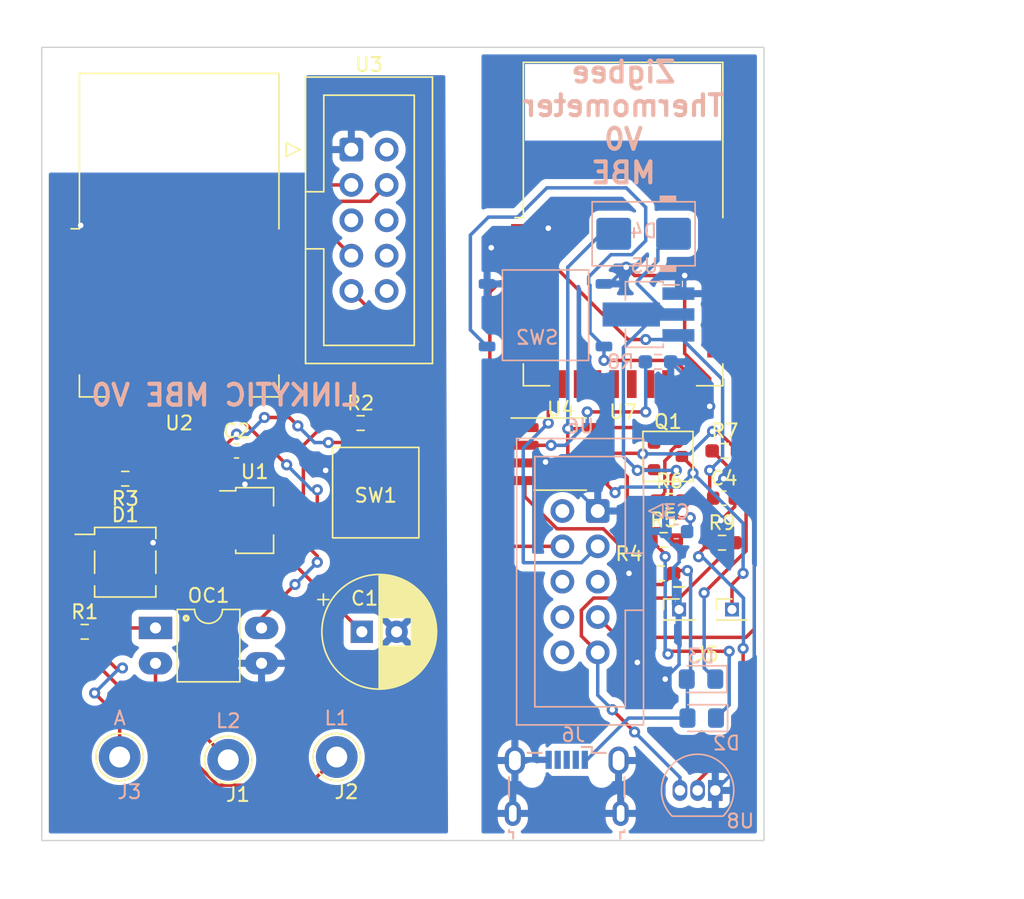
<source format=kicad_pcb>
(kicad_pcb (version 20211014) (generator pcbnew)
  (layers (0 "F.Cu" signal) (31 "B.Cu" signal) (34 "B.Paste" user) (35 "F.Paste" user) (36 "B.SilkS" user "B.Silkscreen") (37 "F.SilkS" user "F.Silkscreen") (38 "B.Mask" user) (39 "F.Mask" user) (44 "Edge.Cuts" user))
  (net 0 "")
  (net 1 "Net-(D1-Pad2)")
  (net 2 "Net-(C1-Pad1)")
  (net 3 "GND")
  (net 4 "3v3")
  (net 5 "Net-(D1-Pad1)")
  (net 23 "Net-(OC1-Pad1)")
  (net 24 "Net-(OC1-Pad4)")
  (net 25 "Net-(U2-Pad3)")
  (net 26 "Net-(U2-Pad4)")
  (net 27 "Net-(R3-Pad1)")
  (net 28 "Net-(U2-Pad24)")
  (net 29 "Net-(J1-Pad1)")
  (net 30 "GND_2")
  (net 31 "VDD2")
  (net 32 "Net-(D2-Pad1)")
  (net 33 "USB_IN")
  (net 34 "Net-(D3-Pad1)")
  (net 35 "Net-(J5-Pad1)")
  (net 39 "Net-(R5-Pad2)")
  (net 40 "Net-(R6-Pad1)")
  (net 41 "Net-(R7-Pad2)")
  (net 42 "Net-(R8-Pad2)")
  (net 43 "Net-(R9-Pad1)")
  (net 44 "Net-(U6-Pad3)")
  (net 45 "Net-(U6-Pad4)")
  (net 46 "Net-(U6-Pad7)")
  (net 65 "Net-(D4-Pad1)")
  (footprint "TestPoint:TestPoint_Loop_D2.54mm_Drill1.5mm_Beaded" (layer "F.Cu") (at 48.6 89)
    (fp_text reference "J3")
    (fp_text value "A")
  )
  (footprint "Package_SO:SOP-8_3.76x4.96mm_P1.27mm" (layer "F.Cu") (at 80.255302 67.23)
    (fp_text reference "U4")
    (fp_text value "TP4056")
  )
  (footprint "Resistor_SMD:R_0603_1608Metric_Pad0.98x0.95mm_HandSolder" (layer "F.Cu") (at 87.4875 75.8)
    (fp_text reference "R4")
    (fp_text value "100k")
  )
  (footprint "Package_TO_SOT_SMD:TO-269AA" (layer "F.Cu") (at 49 75)
    (fp_text reference "D1")
    (fp_text value "MB6S")
  )
  (footprint "Resistor_SMD:R_0603_1608Metric_Pad0.98x0.95mm_HandSolder" (layer "F.Cu") (at 87.6875 73.4)
    (fp_text reference "R5")
    (fp_text value "1k")
  )
  (footprint "Capacitor_THT_AKL:CP_Radial_D8.0mm_P2.50mm" (layer "F.Cu") (at 66 80)
    (fp_text reference "C1")
    (fp_text value "CP_Radial_D8.0mm_P2.50mm" hide)
  )
  (footprint "Package_TO_SOT_SMD_AKL:SOT-23" (layer "F.Cu") (at 88 67.4)
    (fp_text reference "Q1")
    (fp_text value "AO3407A" hide)
  )
  (footprint "Connector_PinHeader_1.27mm:PinHeader_1x01_P1.27mm_Vertical" (layer "F.Cu") (at 88.8 78.4)
    (fp_text reference "-")
    (fp_text value "BAT-")
  )
  (footprint "Resistor_SMD:R_0603_1608Metric_Pad0.98x0.95mm_HandSolder" (layer "F.Cu") (at 65.9125 65)
    (fp_text reference "R2")
    (fp_text value "10k")
  )
  (footprint "TestPoint:TestPoint_Loop_D2.54mm_Drill1.5mm_Beaded" (layer "F.Cu") (at 64.2 89)
    (fp_text reference "J2")
    (fp_text value "L1")
  )
  (footprint "Resistor_SMD:R_0603_1608Metric_Pad0.98x0.95mm_HandSolder" (layer "F.Cu") (at 91.8875 73.6)
    (fp_text reference "R9")
    (fp_text value "10k")
  )
  (footprint "Resistor_SMD:R_0603_1608Metric_Pad0.98x0.95mm_HandSolder" (layer "F.Cu") (at 88.1125 70.6)
    (fp_text reference "R6")
    (fp_text value "10k")
  )
  (footprint "Package_DIP_AKL:DIP-4_W7.62mm_LongPads" (layer "F.Cu") (at 51.175 79.725)
    (fp_text reference "OC1")
    (fp_text value "LTV-814" hide)
  )
  (footprint "Capacitor_SMD:C_0603_1608Metric" (layer "F.Cu") (at 57 67)
    (fp_text reference "C2")
    (fp_text value "4.7uF")
  )
  (footprint "Library:interrupteur" (layer "F.Cu") (at 62.8 67.75)
    (fp_text reference "SW1")
    (fp_text value "benoit")
  )
  (footprint "Resistor_SMD:R_0603_1608Metric_Pad0.98x0.95mm_HandSolder" (layer "F.Cu") (at 49 69 180)
    (fp_text reference "R3")
    (fp_text value "10k")
  )
  (footprint "TestPoint:TestPoint_Loop_D2.54mm_Drill1.5mm_Beaded" (layer "F.Cu") (at 56.4 89.2)
    (fp_text reference "J1")
    (fp_text value "L2")
  )
  (footprint "Capacitor_SMD:C_0603_1608Metric" (layer "F.Cu") (at 92.025 70.4)
    (fp_text reference "C4")
    (fp_text value "10uF")
  )
  (footprint "Package_TO_SOT_SMD:SOT-89-3_Handsoldering" (layer "F.Cu") (at 58 72)
    (fp_text reference "U1")
    (fp_text value "M5333B")
  )
  (footprint "RF_Module:E18-MS1-PCB" (layer "F.Cu") (at 84.775302 50.7)
    (fp_text reference "U7")
    (fp_text value "E18-MS1-PCB")
  )
  (footprint "Resistor_SMD:R_0603_1608Metric_Pad0.98x0.95mm_HandSolder" (layer "F.Cu") (at 46.0875 80)
    (fp_text reference "R1")
    (fp_text value "4.7k")
  )
  (footprint "Connector_IDC:IDC-Header_2x05_P2.54mm_Vertical" (layer "F.Cu") (at 65.2475 45.35)
    (fp_text reference "U3")
    (fp_text value "CC_debugger")
  )
  (footprint "Resistor_SMD:R_0603_1608Metric_Pad0.98x0.95mm_HandSolder" (layer "F.Cu") (at 92.0875 67)
    (fp_text reference "R7")
    (fp_text value "1k")
  )
  (footprint "Connector_PinHeader_1.27mm:PinHeader_1x01_P1.27mm_Vertical" (layer "F.Cu") (at 92.6 78.4)
    (fp_text reference "J5")
    (fp_text value "BAT+")
  )
  (footprint "RF_Module:E18-MS1-PCB" (layer "F.Cu") (at 52.875302 51.5)
    (fp_text reference "U2")
    (fp_text value "E18-MS1-PCB")
  )
  (footprint "Library:interrupteur" (layer "B.Cu") (at 83.4 55 180)
    (fp_text reference "SW2")
    (fp_text value "benoit2")
  )
  (footprint "Resistor_SMD:R_0603_1608Metric_Pad0.98x0.95mm_HandSolder" (layer "B.Cu") (at 87.2875 60.6 180)
    (fp_text reference "R8")
    (fp_text value "1.2k")
  )
  (footprint "Capacitor_SMD:C_0603_1608Metric" (layer "B.Cu") (at 88.6 72.8 180)
    (fp_text reference "C3")
    (fp_text value "1u")
  )
  (footprint "LED_SMD:LED_0805_2012Metric_Pad1.15x1.40mm_HandSolder" (layer "B.Cu") (at 90.425 86.2 180)
    (fp_text reference "D2")
    (fp_text value "GREENLED")
  )
  (footprint "Connector_IDC:IDC-Header_2x05_P2.54mm_Vertical" (layer "B.Cu") (at 82.9525 71.32 180)
    (fp_text reference "U6")
    (fp_text value "CC_debugger")
  )
  (footprint "Diode_SMD_AKL:D_SMB" (layer "B.Cu") (at 86.25 51.4 180)
    (fp_text reference "D4")
    (fp_text value "SS24" hide)
  )
  (footprint "Package_TO_SOT_THT:TO-92_Inline" (layer "B.Cu") (at 91.4 91.4 180)
    (fp_text reference "U8")
    (fp_text value "DS18B20")
  )
  (footprint "LED_SMD:LED_0805_2012Metric_Pad1.15x1.40mm_HandSolder" (layer "B.Cu") (at 90.375 83.4 180)
    (fp_text reference "D3")
    (fp_text value "REDLED")
  )
  (footprint "usb:USB_aliexpress" (layer "B.Cu") (at 79.415 87.23 180)
    (fp_text reference "J6")
    (fp_text value "USB_B_Micro")
  )
  (footprint "Package_TO_SOT_SMD:SOT-89-3_Handsoldering" (layer "B.Cu") (at 86.6 57.2 180)
    (fp_text reference "U5")
    (fp_text value "M5333B")
  )
  (gr_rect (start 43 38) (end 94.9 95) (layer "Edge.Cuts") (width 0.1) (fill none))
  (gr_text "LINKYTIC MBE V0" (at 56.2 63) (layer "B.SilkS") (effects (font (size 1.5 1.5) (thickness 0.3)) (justify mirror)))
  (gr_text "Zigbee\nThermometer\nV0\nMBE" (at 84.8 43.4) (layer "B.SilkS") (effects (font (size 1.5 1.5) (thickness 0.3)) (justify mirror)))
  (segment (start 48.6 86.2) (end 46.8 84.4) (width 0.25) (layer "F.Cu") (net 1))
  (segment (start 48.8 82.6) (end 48.317005 82.6) (width 0.25) (layer "F.Cu") (net 1))
  (segment (start 45.9875 76.3325) (end 45.925 76.27) (width 0.25) (layer "F.Cu") (net 1))
  (segment (start 48.6 89) (end 48.6 86.2) (width 0.25) (layer "F.Cu") (net 1))
  (segment (start 45.9875 80.270495) (end 45.9875 76.3325) (width 0.25) (layer "F.Cu") (net 1))
  (segment (start 48.317005 82.6) (end 45.9875 80.270495) (width 0.25) (layer "F.Cu") (net 1))
  (via (at 48.8 82.6) (size 0.8) (drill 0.4) (layers "F.Cu" "B.Cu") (net 1))
  (via (at 46.8 84.4) (size 0.8) (drill 0.4) (layers "F.Cu" "B.Cu") (net 1))
  (segment (start 46.8 84.4) (end 48.6 82.6) (width 0.25) (layer "B.Cu") (net 1))
  (segment (start 48.6 82.6) (end 48.8 82.6) (width 0.25) (layer "B.Cu") (net 1))
  (segment (start 55.33 76.27) (end 57.325 74.275) (width 0.25) (layer "F.Cu") (net 2))
  (segment (start 58 72) (end 55.9375 72) (width 0.25) (layer "F.Cu") (net 2))
  (segment (start 66 80) (end 58 72) (width 0.25) (layer "F.Cu") (net 2))
  (segment (start 57.325 74.275) (end 57.325 72.725) (width 0.25) (layer "F.Cu") (net 2))
  (segment (start 52.075 76.27) (end 55.33 76.27) (width 0.25) (layer "F.Cu") (net 2))
  (segment (start 62.8 67.75) (end 62.8 67.8) (width 0.25) (layer "F.Cu") (net 3))
  (segment (start 56.5 70.5) (end 57.6 69.4) (width 0.25) (layer "F.Cu") (net 3))
  (segment (start 62.8 67.8) (end 63.4 68.4) (width 0.25) (layer "F.Cu") (net 3))
  (segment (start 55.85 70.5) (end 55.85 68.925) (width 0.25) (layer "F.Cu") (net 3))
  (segment (start 55.85 70.5) (end 56.5 70.5) (width 0.25) (layer "F.Cu") (net 3))
  (segment (start 55.85 68.925) (end 57.775 67) (width 0.25) (layer "F.Cu") (net 3))
  (segment (start 52.075 73.73) (end 51.13 73.73) (width 0.25) (layer "F.Cu") (net 3))
  (segment (start 51.13 73.73) (end 51 73.6) (width 0.25) (layer "F.Cu") (net 3))
  (segment (start 45.825302 50.825302) (end 45.8 50.8) (width 0.25) (layer "F.Cu") (net 3))
  (segment (start 62.8 67.75) (end 71.2 67.75) (width 0.25) (layer "F.Cu") (net 3))
  (segment (start 45.825302 51.85) (end 45.825302 50.825302) (width 0.25) (layer "F.Cu") (net 3))
  (via (at 45.8 50.8) (size 0.8) (drill 0.4) (layers "F.Cu" "B.Cu") (net 3))
  (via (at 57.6 69.4) (size 0.8) (drill 0.4) (layers "F.Cu" "B.Cu") (net 3))
  (via (at 51 73.6) (size 0.8) (drill 0.4) (layers "F.Cu" "B.Cu") (net 3))
  (via (at 63.4 68.4) (size 0.8) (drill 0.4) (layers "F.Cu" "B.Cu") (net 3))
  (segment (start 43.8 53.4) (end 44.08 53.12) (width 0.25) (layer "F.Cu") (net 4))
  (segment (start 43.8 64.7125) (end 43.8 53.4) (width 0.25) (layer "F.Cu") (net 4))
  (segment (start 56.225 66.575) (end 57 65.8) (width 0.25) (layer "F.Cu") (net 4))
  (segment (start 66.825 57.0875) (end 65.2475 55.51) (width 0.25) (layer "F.Cu") (net 4))
  (segment (start 66.825 65) (end 66.825 57.0875) (width 0.25) (layer "F.Cu") (net 4))
  (segment (start 49.6 70.8) (end 48.0875 69.2875) (width 0.25) (layer "F.Cu") (net 4))
  (segment (start 56.225 67) (end 56.225 67.025) (width 0.25) (layer "F.Cu") (net 4))
  (segment (start 52.45 70.8) (end 49.6 70.8) (width 0.25) (layer "F.Cu") (net 4))
  (segment (start 56.225 67.025) (end 52.45 70.8) (width 0.25) (layer "F.Cu") (net 4))
  (segment (start 48.0875 69.2875) (end 48.0875 69) (width 0.25) (layer "F.Cu") (net 4))
  (segment (start 48.0875 69) (end 43.8 64.7125) (width 0.25) (layer "F.Cu") (net 4))
  (segment (start 65.425 66.4) (end 66.825 65) (width 0.25) (layer "F.Cu") (net 4))
  (segment (start 55.15 73.5) (end 52.45 70.8) (width 0.25) (layer "F.Cu") (net 4))
  (segment (start 60.8 64.6) (end 61.4 65.2) (width 0.25) (layer "F.Cu") (net 4))
  (segment (start 63.6 66.4) (end 65.425 66.4) (width 0.25) (layer "F.Cu") (net 4))
  (segment (start 55.85 73.5) (end 55.15 73.5) (width 0.25) (layer "F.Cu") (net 4))
  (segment (start 56.225 67) (end 56.225 66.575) (width 0.25) (layer "F.Cu") (net 4))
  (segment (start 44.08 53.12) (end 45.825302 53.12) (width 0.25) (layer "F.Cu") (net 4))
  (segment (start 59 64.6) (end 60.8 64.6) (width 0.25) (layer "F.Cu") (net 4))
  (via (at 57 65.8) (size 0.8) (drill 0.4) (layers "F.Cu" "B.Cu") (net 4))
  (via (at 59 64.6) (size 0.8) (drill 0.4) (layers "F.Cu" "B.Cu") (net 4))
  (via (at 63.6 66.4) (size 0.8) (drill 0.4) (layers "F.Cu" "B.Cu") (net 4))
  (via (at 61.4 65.2) (size 0.8) (drill 0.4) (layers "F.Cu" "B.Cu") (net 4))
  (segment (start 61.4 65.2) (end 62.6 66.4) (width 0.25) (layer "B.Cu") (net 4))
  (segment (start 57 65.8) (end 57.8 65.8) (width 0.25) (layer "B.Cu") (net 4))
  (segment (start 57.8 65.8) (end 59 64.6) (width 0.25) (layer "B.Cu") (net 4))
  (segment (start 62.6 66.4) (end 63.6 66.4) (width 0.25) (layer "B.Cu") (net 4))
  (segment (start 45.1 74.555) (end 45.1 79.925) (width 0.25) (layer "F.Cu") (net 5))
  (segment (start 45.1 79.925) (end 45.175 80) (width 0.25) (layer "F.Cu") (net 5))
  (segment (start 55.64406 91.025) (end 62.175 91.025) (width 0.25) (layer "F.Cu") (net 5))
  (segment (start 45.175 80.55594) (end 55.64406 91.025) (width 0.25) (layer "F.Cu") (net 5))
  (segment (start 45.175 80) (end 45.175 80.55594) (width 0.25) (layer "F.Cu") (net 5))
  (segment (start 62.175 91.025) (end 64.2 89) (width 0.25) (layer "F.Cu") (net 5))
  (segment (start 45.925 73.73) (end 45.1 74.555) (width 0.25) (layer "F.Cu") (net 5))
  (segment (start 47.275 79.725) (end 51.175 79.725) (width 0.25) (layer "F.Cu") (net 23))
  (segment (start 47 80) (end 47.275 79.725) (width 0.25) (layer "F.Cu") (net 23))
  (segment (start 62.8 74.55688) (end 61.8 73.55688) (width 0.25) (layer "F.Cu") (net 24))
  (segment (start 59.925302 55.66) (end 60.655302 55.66) (width 0.25) (layer "F.Cu") (net 24))
  (segment (start 62.8 75) (end 62.8 74.55688) (width 0.25) (layer "F.Cu") (net 24))
  (segment (start 61.8 66.6) (end 63.4 65) (width 0.25) (layer "F.Cu") (net 24))
  (segment (start 63.4 65) (end 65 65) (width 0.25) (layer "F.Cu") (net 24))
  (segment (start 58.795 79.005) (end 61.2 76.6) (width 0.25) (layer "F.Cu") (net 24))
  (segment (start 60.655302 55.66) (end 65 60.004698) (width 0.25) (layer "F.Cu") (net 24))
  (segment (start 61.8 73.55688) (end 61.8 66.6) (width 0.25) (layer "F.Cu") (net 24))
  (segment (start 65 60.004698) (end 65 65) (width 0.25) (layer "F.Cu") (net 24))
  (segment (start 58.795 79.725) (end 58.795 79.005) (width 0.25) (layer "F.Cu") (net 24))
  (via (at 61.2 76.6) (size 0.8) (drill 0.4) (layers "F.Cu" "B.Cu") (net 24))
  (via (at 62.8 75) (size 0.8) (drill 0.4) (layers "F.Cu" "B.Cu") (net 24))
  (segment (start 61.2 76.6) (end 62.8 75) (width 0.25) (layer "B.Cu") (net 24))
  (segment (start 46.475302 54.39) (end 45.825302 54.39) (width 0.25) (layer "F.Cu") (net 25))
  (segment (start 65.2475 47.89) (end 52.975302 47.89) (width 0.25) (layer "F.Cu") (net 25))
  (segment (start 52.975302 47.89) (end 46.475302 54.39) (width 0.25) (layer "F.Cu") (net 25))
  (segment (start 45.825302 55.66) (end 46.475302 55.66) (width 0.25) (layer "F.Cu") (net 26))
  (segment (start 53.070302 49.065) (end 66.6125 49.065) (width 0.25) (layer "F.Cu") (net 26))
  (segment (start 66.6125 49.065) (end 67.7875 47.89) (width 0.25) (layer "F.Cu") (net 26))
  (segment (start 46.475302 55.66) (end 53.070302 49.065) (width 0.25) (layer "F.Cu") (net 26))
  (segment (start 71.2 72.25) (end 62.8 72.25) (width 0.25) (layer "F.Cu") (net 27))
  (segment (start 57.305302 64.705302) (end 57.305302 63) (width 0.25) (layer "F.Cu") (net 27))
  (segment (start 49.9125 69) (end 52.035302 69) (width 0.25) (layer "F.Cu") (net 27))
  (segment (start 62.8 72.25) (end 62.8 69.8) (width 0.25) (layer "F.Cu") (net 27))
  (segment (start 60.6 68) (end 57.305302 64.705302) (width 0.25) (layer "F.Cu") (net 27))
  (segment (start 57.305302 63.73) (end 57.305302 63) (width 0.25) (layer "F.Cu") (net 27))
  (segment (start 52.035302 69) (end 57.305302 63.73) (width 0.25) (layer "F.Cu") (net 27))
  (via (at 62.8 69.8) (size 0.8) (drill 0.4) (layers "F.Cu" "B.Cu") (net 27))
  (via (at 60.6 68) (size 0.8) (drill 0.4) (layers "F.Cu" "B.Cu") (net 27))
  (segment (start 62.8 69.8) (end 62.4 69.8) (width 0.25) (layer "B.Cu") (net 27))
  (segment (start 62.4 69.8) (end 60.6 68) (width 0.25) (layer "B.Cu") (net 27))
  (segment (start 59.925302 51.85) (end 64.1275 51.85) (width 0.25) (layer "F.Cu") (net 28))
  (segment (start 64.1275 51.85) (end 65.2475 52.97) (width 0.25) (layer "F.Cu") (net 28))
  (segment (start 56.4 89.2) (end 51.175 83.975) (width 0.25) (layer "F.Cu") (net 29))
  (segment (start 51.175 83.975) (end 51.175 82.265) (width 0.25) (layer "F.Cu") (net 29))
  (segment (start 76.405302 67.205302) (end 77.065 67.865) (width 0.25) (layer "F.Cu") (net 30))
  (segment (start 76.405302 66.230571) (end 76.405302 67.205302) (width 0.25) (layer "F.Cu") (net 30))
  (segment (start 92.8 70.4) (end 92.8 71) (width 0.25) (layer "F.Cu") (net 30))
  (segment (start 77.310873 65.325) (end 76.405302 66.230571) (width 0.25) (layer "F.Cu") (net 30))
  (segment (start 86.6 82.2) (end 87.8 83.4) (width 0.25) (layer "F.Cu") (net 30))
  (segment (start 91 61.8) (end 90 60.8) (width 0.25) (layer "F.Cu") (net 30))
  (segment (start 76.65 51.05) (end 75.3 52.4) (width 0.25) (layer "F.Cu") (net 30))
  (segment (start 85.8 82.2) (end 86.6 82.2) (width 0.25) (layer "F.Cu") (net 30))
  (segment (start 85.6 54.4) (end 89.2 54.4) (width 0.25) (layer "F.Cu") (net 30))
  (segment (start 91 63.8) (end 91 61.8) (width 0.25) (layer "F.Cu") (net 30))
  (segment (start 79.135 67.865) (end 79.2 67.8) (width 0.25) (layer "F.Cu") (net 30))
  (segment (start 90 60.8) (end 89.2 60) (width 0.25) (layer "F.Cu") (net 30))
  (segment (start 86.575 75.8) (end 85.2 75.8) (width 0.25) (layer "F.Cu") (net 30))
  (segment (start 89.2 60) (end 89.2 54.4) (width 0.25) (layer "F.Cu") (net 30))
  (segment (start 77.725302 51.05) (end 76.65 51.05) (width 0.25) (layer "F.Cu") (net 30))
  (segment (start 77.717802 65.325) (end 77.310873 65.325) (width 0.25) (layer "F.Cu") (net 30))
  (segment (start 92.8 69.8) (end 92 69) (width 0.25) (layer "F.Cu") (net 30))
  (segment (start 92.8 71) (end 91.8 72) (width 0.25) (layer "F.Cu") (net 30))
  (segment (start 77.065 67.865) (end 77.717802 67.865) (width 0.25) (layer "F.Cu") (net 30))
  (segment (start 77.725302 51.05) (end 79.35 51.05) (width 0.25) (layer "F.Cu") (net 30))
  (segment (start 77.717802 67.865) (end 79.135 67.865) (width 0.25) (layer "F.Cu") (net 30))
  (segment (start 85 53.8) (end 85.6 54.4) (width 0.25) (layer "F.Cu") (net 30))
  (segment (start 92.8 70.4) (end 92.8 69.8) (width 0.25) (layer "F.Cu") (net 30))
  (via (at 91.8 72) (size 0.8) (drill 0.4) (layers "F.Cu" "B.Cu") (net 30))
  (via (at 85.8 82.2) (size 0.8) (drill 0.4) (layers "F.Cu" "B.Cu") (net 30))
  (via (at 92 69) (size 0.8) (drill 0.4) (layers "F.Cu" "B.Cu") (net 30))
  (via (at 85 53.8) (size 0.8) (drill 0.4) (layers "F.Cu" "B.Cu") (net 30))
  (via (at 79.4 51) (size 0.8) (drill 0.4) (layers "F.Cu" "B.Cu") (net 30))
  (via (at 85.2 75.8) (size 0.8) (drill 0.4) (layers "F.Cu" "B.Cu") (net 30))
  (via (at 79.2 67.8) (size 0.8) (drill 0.4) (layers "F.Cu" "B.Cu") (net 30))
  (via (at 89.2 54.4) (size 0.8) (drill 0.4) (layers "F.Cu" "B.Cu") (net 30))
  (via (at 75.3 52.4) (size 0.8) (drill 0.4) (layers "F.Cu" "B.Cu") (net 30))
  (via (at 91 63.8) (size 0.8) (drill 0.4) (layers "F.Cu" "B.Cu") (net 30))
  (via (at 87.8 83.4) (size 0.8) (drill 0.4) (layers "F.Cu" "B.Cu") (net 30))
  (segment (start 87.8 83.4) (end 87.8 83.361827) (width 0.25) (layer "B.Cu") (net 30))
  (segment (start 75 52.7) (end 75 55) (width 0.25) (layer "B.Cu") (net 30))
  (segment (start 88.2 60.6) (end 91 63.4) (width 0.25) (layer "B.Cu") (net 30))
  (segment (start 88.8 82.361827) (end 88.8 78.4) (width 0.25) (layer "B.Cu") (net 30))
  (segment (start 89.2 54.4) (end 89.2 55.25) (width 0.25) (layer "B.Cu") (net 30))
  (segment (start 87.8 83.361827) (end 88.8 82.361827) (width 0.25) (layer "B.Cu") (net 30))
  (segment (start 89.2 55.25) (end 88.75 55.7) (width 0.25) (layer "B.Cu") (net 30))
  (segment (start 85.8 79.95) (end 85.8 82.2) (width 0.25) (layer "B.Cu") (net 30))
  (segment (start 88.4 78) (end 88.8 78.4) (width 0.25) (layer "B.Cu") (net 30))
  (segment (start 79.4325 67.8) (end 79.2 67.8) (width 0.25) (layer "B.Cu") (net 30))
  (segment (start 85.8 76.4) (end 85.8 79.95) (width 0.25) (layer "B.Cu") (net 30))
  (segment (start 82.9525 71.32) (end 82.9525 71.3275) (width 0.25) (layer "B.Cu") (net 30))
  (segment (start 75.3 52.4) (end 75 52.7) (width 0.25) (layer "B.Cu") (net 30))
  (segment (start 83.8 55) (end 85 53.8) (width 0.25) (layer "B.Cu") (net 30))
  (segment (start 92 69) (end 94.2 71.2) (width 0.25) (layer "B.Cu") (net 30))
  (segment (start 91 63.4) (end 91 63.8) (width 0.25) (layer "B.Cu") (net 30))
  (segment (start 88.8 74.2) (end 88.8 75) (width 0.25) (layer "B.Cu") (net 30))
  (segment (start 88.8 75) (end 88.4 75.4) (width 0.25) (layer "B.Cu") (net 30))
  (segment (start 85.2 75.8) (end 85.8 76.4) (width 0.25) (layer "B.Cu") (net 30))
  (segment (start 82.9525 71.32) (end 79.4325 67.8) (width 0.25) (layer "B.Cu") (net 30))
  (segment (start 88.4 75.4) (end 88.4 78) (width 0.25) (layer "B.Cu") (net 30))
  (segment (start 83.4 55) (end 83.8 55) (width 0.25) (layer "B.Cu") (net 30))
  (segment (start 94.2 88.6) (end 91.4 91.4) (width 0.25) (layer "B.Cu") (net 30))
  (segment (start 94.2 71.2) (end 94.2 88.6) (width 0.25) (layer "B.Cu") (net 30))
  (segment (start 87.825 72.8) (end 87.825 73.225) (width 0.25) (layer "B.Cu") (net 30))
  (segment (start 87.825 73.225) (end 88.8 74.2) (width 0.25) (layer "B.Cu") (net 30))
  (segment (start 92.8 73.6) (end 92.3 73.6) (width 0.25) (layer "F.Cu") (net 31))
  (segment (start 81.7775 80.305) (end 81.7775 78.453299) (width 0.25) (layer "F.Cu") (net 31))
  (segment (start 89.025 70.6) (end 91.05 70.6) (width 0.25) (layer "F.Cu") (net 31))
  (segment (start 88.825 77.575) (end 92.8 73.6) (width 0.25) (layer "F.Cu") (net 31))
  (segment (start 77.725302 52.32) (end 78.455302 52.32) (width 0.25) (layer "F.Cu") (net 31))
  (segment (start 91 70.15) (end 91.25 70.4) (width 0.25) (layer "F.Cu") (net 31))
  (segment (start 85.6 87.2) (end 84 85.6) (width 0.25) (layer "F.Cu") (net 31))
  (segment (start 82.9525 81.48) (end 81.7775 80.305) (width 0.25) (layer "F.Cu") (net 31))
  (segment (start 90.8 70.85) (end 91.25 70.4) (width 0.25) (layer "F.Cu") (net 31))
  (segment (start 90.8 72.1) (end 90.8 70.85) (width 0.25) (layer "F.Cu") (net 31))
  (segment (start 81.7775 78.453299) (end 82.655799 77.575) (width 0.25) (layer "F.Cu") (net 31))
  (segment (start 91 68.4) (end 91 70.15) (width 0.25) (layer "F.Cu") (net 31))
  (segment (start 85.135302 59) (end 86.4 59) (width 0.25) (layer "F.Cu") (net 31))
  (segment (start 91.05 70.6) (end 91.25 70.4) (width 0.25) (layer "F.Cu") (net 31))
  (segment (start 92.3 73.6) (end 90.8 72.1) (width 0.25) (layer "F.Cu") (net 31))
  (segment (start 82.655799 77.575) (end 88.825 77.575) (width 0.25) (layer "F.Cu") (net 31))
  (segment (start 78.455302 52.32) (end 85.135302 59) (width 0.25) (layer "F.Cu") (net 31))
  (via (at 84 85.6) (size 0.8) (drill 0.4) (layers "F.Cu" "B.Cu") (net 31))
  (via (at 85.6 87.2) (size 0.8) (drill 0.4) (layers "F.Cu" "B.Cu") (net 31))
  (via (at 91 68.4) (size 0.8) (drill 0.4) (layers "F.Cu" "B.Cu") (net 31))
  (via (at 86.4 59) (size 0.8) (drill 0.4) (layers "F.Cu" "B.Cu") (net 31))
  (segment (start 88.86 90.46) (end 85.6 87.2) (width 0.25) (layer "B.Cu") (net 31))
  (segment (start 88.75 58.7) (end 91.925 61.875) (width 0.25) (layer "B.Cu") (net 31))
  (segment (start 86.4 59) (end 88.45 59) (width 0.25) (layer "B.Cu") (net 31))
  (segment (start 91.925 67.475) (end 91 68.4) (width 0.25) (layer "B.Cu") (net 31))
  (segment (start 82.9525 84.5525) (end 82.9525 81.48) (width 0.25) (layer "B.Cu") (net 31))
  (segment (start 88.86 91.4) (end 88.86 90.46) (width 0.25) (layer "B.Cu") (net 31))
  (segment (start 88.45 59) (end 88.75 58.7) (width 0.25) (layer "B.Cu") (net 31))
  (segment (start 84 85.6) (end 82.9525 84.5525) (width 0.25) (layer "B.Cu") (net 31))
  (segment (start 91.925 61.875) (end 91.925 67.475) (width 0.25) (layer "B.Cu") (net 31))
  (segment (start 87.8 74.425) (end 86.775 73.4) (width 0.25) (layer "F.Cu") (net 32))
  (segment (start 88.2 81.4) (end 88 81.6) (width 0.25) (layer "F.Cu") (net 32))
  (segment (start 92.4 81.4) (end 88.2 81.4) (width 0.25) (layer "F.Cu") (net 32))
  (segment (start 87.8 74.6) (end 87.8 74.425) (width 0.25) (layer "F.Cu") (net 32))
  (via (at 87.8 74.6) (size 0.8) (drill 0.4) (layers "F.Cu" "B.Cu") (net 32))
  (via (at 92.4 81.4) (size 0.8) (drill 0.4) (layers "F.Cu" "B.Cu") (net 32))
  (via (at 88 81.6) (size 0.8) (drill 0.4) (layers "F.Cu" "B.Cu") (net 32))
  (segment (start 88 81.6) (end 87.8 81.4) (width 0.25) (layer "B.Cu") (net 32))
  (segment (start 91.45 86.2) (end 92.4 85.25) (width 0.25) (layer "B.Cu") (net 32))
  (segment (start 87.8 81.4) (end 87.8 74.6) (width 0.25) (layer "B.Cu") (net 32))
  (segment (start 92.4 85.25) (end 92.4 81.4) (width 0.25) (layer "B.Cu") (net 32))
  (segment (start 84.4 76.2) (end 84.4 73.645799) (width 0.25) (layer "F.Cu") (net 33))
  (segment (start 89.4 75.6) (end 88.6 75.6) (width 0.25) (layer "F.Cu") (net 33))
  (segment (start 77.717802 69.135) (end 79.065 69.135) (width 0.25) (layer "F.Cu") (net 33))
  (segment (start 80.025305 72.6) (end 77.717802 70.292497) (width 0.25) (layer "F.Cu") (net 33))
  (segment (start 85.875 65.325) (end 87 66.45) (width 0.25) (layer "F.Cu") (net 33))
  (segment (start 80.8 67.4) (end 80.8 65.4) (width 0.25) (layer "F.Cu") (net 33))
  (segment (start 79.065 69.135) (end 80.8 67.4) (width 0.25) (layer "F.Cu") (net 33))
  (segment (start 80.8 65.4) (end 82.717802 65.4) (width 0.25) (layer "F.Cu") (net 33))
  (segment (start 87.6 76.6) (end 84.8 76.6) (width 0.25) (layer "F.Cu") (net 33))
  (segment (start 77.717802 70.292497) (end 77.717802 69.135) (width 0.25) (layer "F.Cu") (net 33))
  (segment (start 84.4 73.645799) (end 83.354201 72.6) (width 0.25) (layer "F.Cu") (net 33))
  (segment (start 88.4 75.8) (end 87.6 76.6) (width 0.25) (layer "F.Cu") (net 33))
  (segment (start 82.717802 65.4) (end 82.792802 65.325) (width 0.25) (layer "F.Cu") (net 33))
  (segment (start 82.792802 65.325) (end 85.875 65.325) (width 0.25) (layer "F.Cu") (net 33))
  (segment (start 84.8 76.6) (end 84.4 76.2) (width 0.25) (layer "F.Cu") (net 33))
  (segment (start 88.6 75.6) (end 88.4 75.8) (width 0.25) (layer "F.Cu") (net 33))
  (segment (start 83.354201 72.6) (end 80.025305 72.6) (width 0.25) (layer "F.Cu") (net 33))
  (via (at 80.8 65.4) (size 0.8) (drill 0.4) (layers "F.Cu" "B.Cu") (net 33))
  (via (at 89.4 75.6) (size 0.8) (drill 0.4) (layers "F.Cu" "B.Cu") (net 33))
  (segment (start 89.35 83.4) (end 89.625 83.125) (width 0.25) (layer "B.Cu") (net 33))
  (segment (start 89.625 75.825) (end 89.4 75.6) (width 0.25) (layer "B.Cu") (net 33))
  (segment (start 83.2 51.4) (end 80.8 53.8) (width 0.25) (layer "B.Cu") (net 33))
  (segment (start 89.4 86.2) (end 89.4 83.45) (width 0.25) (layer "B.Cu") (net 33))
  (segment (start 89.625 83.125) (end 89.625 75.825) (width 0.25) (layer "B.Cu") (net 33))
  (segment (start 89.4 83.45) (end 89.35 83.4) (width 0.25) (layer "B.Cu") (net 33))
  (segment (start 82.025 89.35) (end 85.175 86.2) (width 0.25) (layer "B.Cu") (net 33))
  (segment (start 84.1 51.4) (end 83.2 51.4) (width 0.25) (layer "B.Cu") (net 33))
  (segment (start 85.175 86.2) (end 89.4 86.2) (width 0.25) (layer "B.Cu") (net 33))
  (segment (start 80.8 53.8) (end 80.8 65.4) (width 0.25) (layer "B.Cu") (net 33))
  (segment (start 93.6125 74.1875) (end 90.6 77.2) (width 0.25) (layer "F.Cu") (net 34))
  (segment (start 93.6125 69.4375) (end 93.6125 74.1875) (width 0.25) (layer "F.Cu") (net 34))
  (segment (start 91.175 67) (end 93.6125 69.4375) (width 0.25) (layer "F.Cu") (net 34))
  (via (at 90.6 77.2) (size 0.8) (drill 0.4) (layers "F.Cu" "B.Cu") (net 34))
  (segment (start 90.6 77.2) (end 90.6 82.6) (width 0.25) (layer "B.Cu") (net 34))
  (segment (start 90.6 82.6) (end 91.4 83.4) (width 0.25) (layer "B.Cu") (net 34))
  (segment (start 82.792802 69.135) (end 83.335 69.135) (width 0.25) (layer "F.Cu") (net 35))
  (segment (start 83.335 69.135) (end 84.2 70) (width 0.25) (layer "F.Cu") (net 35))
  (segment (start 89.8 68.2) (end 89 67.4) (width 0.25) (layer "F.Cu") (net 35))
  (segment (start 92.6 76.6) (end 93.4 75.8) (width 0.25) (layer "F.Cu") (net 35))
  (segment (start 92.6 78.4) (end 92.6 76.6) (width 0.25) (layer "F.Cu") (net 35))
  (segment (start 89.8 68.6) (end 89.8 68.2) (width 0.25) (layer "F.Cu") (net 35))
  (via (at 89.8 68.6) (size 0.8) (drill 0.4) (layers "F.Cu" "B.Cu") (net 35))
  (via (at 93.4 75.8) (size 0.8) (drill 0.4) (layers "F.Cu" "B.Cu") (net 35))
  (via (at 84.2 70) (size 0.8) (drill 0.4) (layers "F.Cu" "B.Cu") (net 35))
  (segment (start 93.4 75.8) (end 93.4 72.2) (width 0.25) (layer "B.Cu") (net 35))
  (segment (start 93.4 72.2) (end 89.8 68.6) (width 0.25) (layer "B.Cu") (net 35))
  (segment (start 88.8 69.6) (end 89.8 68.6) (width 0.25) (layer "B.Cu") (net 35))
  (segment (start 84.6 69.6) (end 88.8 69.6) (width 0.25) (layer "B.Cu") (net 35))
  (segment (start 84.2 70) (end 84.6 69.6) (width 0.25) (layer "B.Cu") (net 35))
  (segment (start 84.065 67.865) (end 85.075 68.875) (width 0.25) (layer "F.Cu") (net 39))
  (segment (start 85.075 71.100305) (end 86.574695 72.6) (width 0.25) (layer "F.Cu") (net 39))
  (segment (start 87.8 72.6) (end 88.6 73.4) (width 0.25) (layer "F.Cu") (net 39))
  (segment (start 82.792802 67.865) (end 84.065 67.865) (width 0.25) (layer "F.Cu") (net 39))
  (segment (start 86.574695 72.6) (end 87.8 72.6) (width 0.25) (layer "F.Cu") (net 39))
  (segment (start 85.075 68.875) (end 85.075 71.100305) (width 0.25) (layer "F.Cu") (net 39))
  (segment (start 88.5 60.5) (end 89.205302 61.205302) (width 0.25) (layer "F.Cu") (net 40))
  (segment (start 89.205302 61.205302) (end 89.205302 62.2) (width 0.25) (layer "F.Cu") (net 40))
  (segment (start 87.775 70.025) (end 87.2 70.6) (width 0.25) (layer "F.Cu") (net 40))
  (segment (start 89.205302 66.294698) (end 88.825 66.675) (width 0.25) (layer "F.Cu") (net 40))
  (segment (start 89.205302 62.2) (end 89.205302 66.294698) (width 0.25) (layer "F.Cu") (net 40))
  (segment (start 88.225 66.982538) (end 88.225 67.275) (width 0.25) (layer "F.Cu") (net 40))
  (segment (start 83.4 60.5) (end 88.5 60.5) (width 0.25) (layer "F.Cu") (net 40))
  (segment (start 87.775 67.725) (end 87.775 70.025) (width 0.25) (layer "F.Cu") (net 40))
  (segment (start 88.225 67.275) (end 87.775 67.725) (width 0.25) (layer "F.Cu") (net 40))
  (segment (start 88.532538 66.675) (end 88.225 66.982538) (width 0.25) (layer "F.Cu") (net 40))
  (segment (start 88.825 66.675) (end 88.532538 66.675) (width 0.25) (layer "F.Cu") (net 40))
  (via (at 83.4 60.5) (size 0.8) (drill 0.4) (layers "F.Cu" "B.Cu") (net 40))
  (segment (start 77.2 50.2) (end 75.1 50.2) (width 0.25) (layer "B.Cu") (net 40))
  (segment (start 75.1 50.2) (end 73.8 51.5) (width 0.25) (layer "B.Cu") (net 40))
  (segment (start 83.4 59.5) (end 83.4 60.5) (width 0.25) (layer "B.Cu") (net 40))
  (segment (start 85.4 52.9) (end 86.4 51.9) (width 0.25) (layer "B.Cu") (net 40))
  (segment (start 85 48.1) (end 79.3 48.1) (width 0.25) (layer "B.Cu") (net 40))
  (segment (start 86.4 49.5) (end 85 48.1) (width 0.25) (layer "B.Cu") (net 40))
  (segment (start 83.4 59.5) (end 82.4 58.5) (width 0.25) (layer "B.Cu") (net 40))
  (segment (start 82.3 54.5) (end 83.9 52.9) (width 0.25) (layer "B.Cu") (net 40))
  (segment (start 86.4 51.9) (end 86.4 49.5) (width 0.25) (layer "B.Cu") (net 40))
  (segment (start 83.9 52.9) (end 85.4 52.9) (width 0.25) (layer "B.Cu") (net 40))
  (segment (start 82.4 58.5) (end 82.4 55.1) (width 0.25) (layer "B.Cu") (net 40))
  (segment (start 73.8 58.3) (end 75 59.5) (width 0.25) (layer "B.Cu") (net 40))
  (segment (start 73.8 51.5) (end 73.8 58.3) (width 0.25) (layer "B.Cu") (net 40))
  (segment (start 82.3 55) (end 82.3 54.5) (width 0.25) (layer "B.Cu") (net 40))
  (segment (start 82.4 55.1) (end 82.3 55) (width 0.25) (layer "B.Cu") (net 40))
  (segment (start 79.3 48.1) (end 77.2 50.2) (width 0.25) (layer "B.Cu") (net 40))
  (segment (start 83.372802 67.175) (end 86.144336 67.175) (width 0.25) (layer "F.Cu") (net 41))
  (segment (start 86.144336 67.175) (end 86.184668 67.215332) (width 0.25) (layer "F.Cu") (net 41))
  (segment (start 82.792802 66.595) (end 83.372802 67.175) (width 0.25) (layer "F.Cu") (net 41))
  (segment (start 91.2 65.6) (end 91.6 65.6) (width 0.25) (layer "F.Cu") (net 41))
  (segment (start 91.6 65.6) (end 93 67) (width 0.25) (layer "F.Cu") (net 41))
  (via (at 86.184668 67.215332) (size 0.8) (drill 0.4) (layers "F.Cu" "B.Cu") (net 41))
  (via (at 91.2 65.6) (size 0.8) (drill 0.4) (layers "F.Cu" "B.Cu") (net 41))
  (segment (start 86.184668 67.215332) (end 89.584668 67.215332) (width 0.25) (layer "B.Cu") (net 41))
  (segment (start 89.584668 67.215332) (end 91.2 65.6) (width 0.25) (layer "B.Cu") (net 41))
  (segment (start 77.722802 66.6) (end 77.717802 66.595) (width 0.25) (layer "F.Cu") (net 42))
  (segment (start 79.6 66.6) (end 77.722802 66.6) (width 0.25) (layer "F.Cu") (net 42))
  (segment (start 86.4 64.2) (end 82.2 64.2) (width 0.25) (layer "F.Cu") (net 42))
  (via (at 79.6 66.6) (size 0.8) (drill 0.4) (layers "F.Cu" "B.Cu") (net 42))
  (via (at 86.4 64.2) (size 0.8) (drill 0.4) (layers "F.Cu" "B.Cu") (net 42))
  (via (at 82.2 64.2) (size 0.8) (drill 0.4) (layers "F.Cu" "B.Cu") (net 42))
  (segment (start 86.375 60.6) (end 86.4 60.625) (width 0.25) (layer "B.Cu") (net 42))
  (segment (start 86.4 60.625) (end 86.4 64.2) (width 0.25) (layer "B.Cu") (net 42))
  (segment (start 80.625305 66.6) (end 79.6 66.6) (width 0.25) (layer "B.Cu") (net 42))
  (segment (start 82.2 65.025305) (end 80.625305 66.6) (width 0.25) (layer "B.Cu") (net 42))
  (segment (start 82.2 64.2) (end 82.2 65.025305) (width 0.25) (layer "B.Cu") (net 42))
  (segment (start 90.2 74.6) (end 90.2 74.375) (width 0.25) (layer "F.Cu") (net 43))
  (segment (start 93.4 87.4) (end 93.4 81.2) (width 0.25) (layer "F.Cu") (net 43))
  (segment (start 90.2 74.375) (end 90.975 73.6) (width 0.25) (layer "F.Cu") (net 43))
  (segment (start 93.4 87.475) (end 93.4 87.4) (width 0.25) (layer "F.Cu") (net 43))
  (segment (start 90.13 90.745) (end 93.4 87.475) (width 0.25) (layer "F.Cu") (net 43))
  (segment (start 90.13 91.4) (end 90.13 90.745) (width 0.25) (layer "F.Cu") (net 43))
  (via (at 90.2 74.6) (size 0.8) (drill 0.4) (layers "F.Cu" "B.Cu") (net 43))
  (via (at 93.4 81.2) (size 0.8) (drill 0.4) (layers "F.Cu" "B.Cu") (net 43))
  (segment (start 93.425 81.175) (end 93.425 77.575) (width 0.25) (layer "B.Cu") (net 43))
  (segment (start 93.425 77.575) (end 90.45 74.6) (width 0.25) (layer "B.Cu") (net 43))
  (segment (start 90.45 74.6) (end 90.2 74.6) (width 0.25) (layer "B.Cu") (net 43))
  (segment (start 93.4 81.2) (end 93.425 81.175) (width 0.25) (layer "B.Cu") (net 43))
  (segment (start 79.4 54.614698) (end 79.4 65) (width 0.25) (layer "F.Cu") (net 44))
  (segment (start 77.725302 53.59) (end 78.375302 53.59) (width 0.25) (layer "F.Cu") (net 44))
  (segment (start 78.375302 53.59) (end 79.4 54.614698) (width 0.25) (layer "F.Cu") (net 44))
  (via (at 79.4 65) (size 0.8) (drill 0.4) (layers "F.Cu" "B.Cu") (net 44))
  (segment (start 77.635 75.035) (end 81.7775 75.035) (width 0.25) (layer "B.Cu") (net 44))
  (segment (start 77.6 66.8) (end 77.6 75) (width 0.25) (layer "B.Cu") (net 44))
  (segment (start 81.7775 75.035) (end 82.9525 73.86) (width 0.25) (layer "B.Cu") (net 44))
  (segment (start 77.6 75) (end 77.635 75.035) (width 0.25) (layer "B.Cu") (net 44))
  (segment (start 79.4 65) (end 77.6 66.8) (width 0.25) (layer "B.Cu") (net 44))
  (segment (start 75.94 54.86) (end 77.725302 54.86) (width 0.25) (layer "F.Cu") (net 45))
  (segment (start 75.2 72.6) (end 75.2 55.6) (width 0.25) (layer "F.Cu") (net 45))
  (segment (start 76.46 73.86) (end 75.2 72.6) (width 0.25) (layer "F.Cu") (net 45))
  (segment (start 75.2 55.6) (end 75.94 54.86) (width 0.25) (layer "F.Cu") (net 45))
  (segment (start 80.4125 73.86) (end 76.46 73.86) (width 0.25) (layer "F.Cu") (net 45))
  (segment (start 91.825302 51.05) (end 93.65 51.05) (width 0.25) (layer "F.Cu") (net 46))
  (segment (start 93.65 51.05) (end 94.2 51.6) (width 0.25) (layer "F.Cu") (net 46))
  (segment (start 93.6 80.4) (end 84.4125 80.4) (width 0.25) (layer "F.Cu") (net 46))
  (segment (start 94.2 51.6) (end 94.2 79.8) (width 0.25) (layer "F.Cu") (net 46))
  (segment (start 84.4125 80.4) (end 82.9525 78.94) (width 0.25) (layer "F.Cu") (net 46))
  (segment (start 94.2 79.8) (end 93.6 80.4) (width 0.25) (layer "F.Cu") (net 46))
  (segment (start 88.6 68.4) (end 88.225 68.775) (width 0.25) (layer "F.Cu") (net 65))
  (segment (start 88.225 68.775) (end 88.225 70.211396) (width 0.25) (layer "F.Cu") (net 65))
  (segment (start 88.8 71.8) (end 88.2 71.2) (width 0.25) (layer "F.Cu") (net 65))
  (segment (start 88.2 70.236396) (end 88.2 71.2) (width 0.25) (layer "F.Cu") (net 65))
  (segment (start 85.85 68.35) (end 85.8 68.4) (width 0.25) (layer "F.Cu") (net 65))
  (segment (start 88.225 70.211396) (end 88.2 70.236396) (width 0.25) (layer "F.Cu") (net 65))
  (segment (start 89.6 71.8) (end 88.8 71.8) (width 0.25) (layer "F.Cu") (net 65))
  (segment (start 87 68.35) (end 85.85 68.35) (width 0.25) (layer "F.Cu") (net 65))
  (via (at 89.6 71.8) (size 0.8) (drill 0.4) (layers "F.Cu" "B.Cu") (net 65))
  (via (at 88.6 68.4) (size 0.8) (drill 0.4) (layers "F.Cu" "B.Cu") (net 65))
  (via (at 85.8 68.4) (size 0.8) (drill 0.4) (layers "F.Cu" "B.Cu") (net 65))
  (segment (start 85.8 68.4) (end 88.6 68.4) (width 0.25) (layer "B.Cu") (net 65))
  (segment (start 85.8 68.4) (end 84.8 67.4) (width 0.25) (layer "B.Cu") (net 65))
  (segment (start 85.8 54.8) (end 85.8 55) (width 0.25) (layer "B.Cu") (net 65))
  (segment (start 89.6 72.575) (end 89.6 71.8) (width 0.25) (layer "B.Cu") (net 65))
  (segment (start 87.275 53.325) (end 85.8 54.8) (width 0.25) (layer "B.Cu") (net 65))
  (segment (start 88 57.2) (end 88.6625 57.2) (width 0.25) (layer "B.Cu") (net 65))
  (segment (start 85.8 55) (end 88 57.2) (width 0.25) (layer "B.Cu") (net 65))
  (segment (start 89.375 72.8) (end 89.6 72.575) (width 0.25) (layer "B.Cu") (net 65))
  (segment (start 84.8 59.574695) (end 87.174695 57.2) (width 0.25) (layer "B.Cu") (net 65))
  (segment (start 88.4 51.4) (end 87.275 52.525) (width 0.25) (layer "B.Cu") (net 65))
  (segment (start 87.174695 57.2) (end 88.6625 57.2) (width 0.25) (layer "B.Cu") (net 65))
  (segment (start 87.275 52.525) (end 87.275 53.325) (width 0.25) (layer "B.Cu") (net 65))
  (segment (start 84.8 67.4) (end 84.8 59.574695) (width 0.25) (layer "B.Cu") (net 65))
  (zone (net 30) (net_name "GND_2") (layer "B.Cu") (connect_pads (clearance 0.508)) (min_thickness 0.254) (fill yes (thermal_gap 0.508) (thermal_bridge_width 0.508))
    (polygon (pts (xy 113.6 99.2) (xy 74.6 97.2) (xy 74.6 36.4) (xy 74.4 36.2) (xy 74.6 36) (xy 111.6 34.6)))
  )
  (zone (net 3) (net_name "GND") (layer "B.Cu") (connect_pads (clearance 0.508)) (min_thickness 0.254) (fill yes (thermal_gap 0.508) (thermal_bridge_width 0.508))
    (polygon (pts (xy 72.2 95.6) (xy 41 96) (xy 40 47) (xy 62 47) (xy 62 40) (xy 72 40)))
  )
)
</source>
